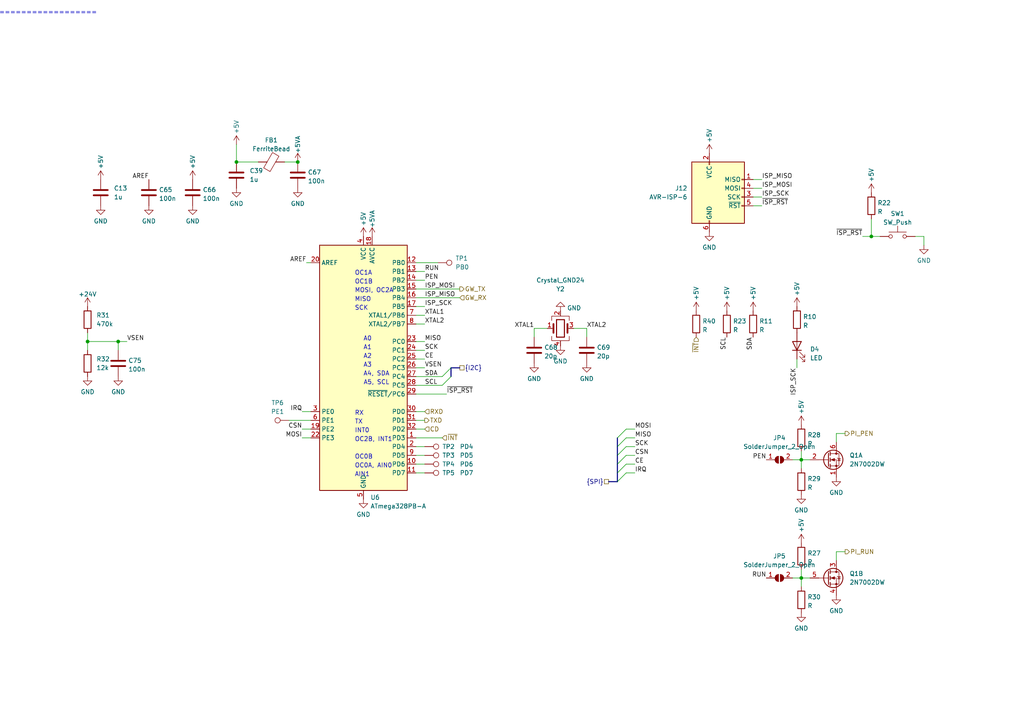
<source format=kicad_sch>
(kicad_sch (version 20230121) (generator eeschema)
  (paper "A4")
  (lib_symbols
    (symbol "Connector:AVR-ISP-6" (pin_names (offset 1.016))
      (property "Reference" "J" (at -6.35 11.43 0))
      (property "Value" "AVR-ISP-6" (at 0 11.43 0))
      (symbol "AVR-ISP-6_0_1"
        (rectangle (start -2.667 -6.858) (end -2.413 -7.62))
        (rectangle (start -2.667 10.16) (end -2.413 9.398))
        (rectangle (start 7.62 -2.413) (end 6.858 -2.667))
        (rectangle (start 7.62 0.127) (end 6.858 -0.127))
        (rectangle (start 7.62 2.667) (end 6.858 2.413))
        (rectangle (start 7.62 5.207) (end 6.858 4.953))
        (rectangle (start 7.62 10.16) (end -7.62 -7.62) (stroke (width 0.254)) (fill (type background)))
      )
      (symbol "AVR-ISP-6_1_1"
        (pin passive line (at 10.16 5.08 180) (length 2.54) (name "MISO") (number "1"))
        (pin passive line (at -2.54 12.7 270) (length 2.54) (name "VCC") (number "2"))
        (pin passive line (at 10.16 0 180) (length 2.54) (name "SCK") (number "3"))
        (pin passive line (at 10.16 2.54 180) (length 2.54) (name "MOSI") (number "4"))
        (pin passive line (at 10.16 -2.54 180) (length 2.54) (name "~{RST}") (number "5"))
        (pin passive line (at -2.54 -10.16 90) (length 2.54) (name "GND") (number "6"))
      )
    )
    (symbol "Connector:TestPoint" (pin_numbers hide) (pin_names (offset 0.762) hide)
      (property "Reference" "TP" (at 0 6.858 0))
      (property "Value" "TestPoint" (at 0 5.08 0))
      (symbol "TestPoint_0_1"
        (circle (center 0 3.302) (radius 0.762))
      )
      (symbol "TestPoint_1_1"
        (pin passive line (at 0 0 90) (length 2.54) (name "1") (number "1"))
      )
    )
    (symbol "Device:C" (pin_numbers hide) (pin_names (offset 0.254))
      (property "Reference" "C" (at 0.635 2.54 0))
      (property "Value" "C" (at 0.635 -2.54 0))
      (symbol "C_0_1"
        (polyline (pts (xy -2.032 -0.762) (xy 2.032 -0.762)) (stroke (width 0.508)))
        (polyline (pts (xy -2.032 0.762) (xy 2.032 0.762)) (stroke (width 0.508)))
      )
      (symbol "C_1_1"
        (pin passive line (at 0 3.81 270) (length 2.794) (name "~") (number "1"))
        (pin passive line (at 0 -3.81 90) (length 2.794) (name "~") (number "2"))
      )
    )
    (symbol "Device:Crystal_GND24" (pin_names (offset 1.016) hide)
      (property "Reference" "Y" (at 3.175 5.08 0))
      (property "Value" "Crystal_GND24" (at 3.175 3.175 0))
      (symbol "Crystal_GND24_0_1"
        (rectangle (start -1.143 2.54) (end 1.143 -2.54) (stroke (width 0.3048)))
        (polyline (pts (xy -2.54 0) (xy -2.032 0)))
        (polyline (pts (xy -2.032 -1.27) (xy -2.032 1.27)) (stroke (width 0.508)))
        (polyline (pts (xy 0 -3.81) (xy 0 -3.556)))
        (polyline (pts (xy 0 3.556) (xy 0 3.81)))
        (polyline (pts (xy 2.032 -1.27) (xy 2.032 1.27)) (stroke (width 0.508)))
        (polyline (pts (xy 2.032 0) (xy 2.54 0)))
        (polyline (pts (xy -2.54 -2.286) (xy -2.54 -3.556) (xy 2.54 -3.556) (xy 2.54 -2.286)))
        (polyline (pts (xy -2.54 2.286) (xy -2.54 3.556) (xy 2.54 3.556) (xy 2.54 2.286)))
      )
      (symbol "Crystal_GND24_1_1"
        (pin passive line (at -3.81 0 0) (length 1.27) (name "1") (number "1"))
        (pin passive line (at 0 5.08 270) (length 1.27) (name "2") (number "2"))
        (pin passive line (at 3.81 0 180) (length 1.27) (name "3") (number "3"))
        (pin passive line (at 0 -5.08 90) (length 1.27) (name "4") (number "4"))
      )
    )
    (symbol "Device:FerriteBead" (pin_numbers hide) (pin_names (offset 0))
      (property "Reference" "FB" (at -3.81 0.635 90))
      (property "Value" "FerriteBead" (at 3.81 0 90))
      (symbol "FerriteBead_0_1"
        (polyline (pts (xy 0 -1.27) (xy 0 -1.2192)))
        (polyline (pts (xy 0 1.27) (xy 0 1.2954)))
        (polyline (pts (xy -2.7686 0.4064) (xy -1.7018 2.2606) (xy 2.7686 -0.3048) (xy 1.6764 -2.159) (xy -2.7686 0.4064)))
      )
      (symbol "FerriteBead_1_1"
        (pin passive line (at 0 3.81 270) (length 2.54) (name "~") (number "1"))
        (pin passive line (at 0 -3.81 90) (length 2.54) (name "~") (number "2"))
      )
    )
    (symbol "Device:LED" (pin_numbers hide) (pin_names (offset 1.016) hide)
      (property "Reference" "D" (at 0 2.54 0))
      (property "Value" "LED" (at 0 -2.54 0))
      (symbol "LED_0_1"
        (polyline (pts (xy -1.27 -1.27) (xy -1.27 1.27)) (stroke (width 0.254)))
        (polyline (pts (xy -1.27 0) (xy 1.27 0)))
        (polyline (pts (xy 1.27 -1.27) (xy 1.27 1.27) (xy -1.27 0) (xy 1.27 -1.27)) (stroke (width 0.254)))
        (polyline (pts (xy -3.048 -0.762) (xy -4.572 -2.286) (xy -3.81 -2.286) (xy -4.572 -2.286) (xy -4.572 -1.524)))
        (polyline (pts (xy -1.778 -0.762) (xy -3.302 -2.286) (xy -2.54 -2.286) (xy -3.302 -2.286) (xy -3.302 -1.524)))
      )
      (symbol "LED_1_1"
        (pin passive line (at -3.81 0 0) (length 2.54) (name "K") (number "1"))
        (pin passive line (at 3.81 0 180) (length 2.54) (name "A") (number "2"))
      )
    )
    (symbol "Device:Q_Dual_NMOS_S1G1D2S2G2D1" (pin_names (offset 0) hide)
      (property "Reference" "Q" (at 6.35 1.27 0))
      (property "Value" "Q_Dual_NMOS_S1G1D2S2G2D1" (at 19.05 -1.27 0))
      (symbol "Q_Dual_NMOS_S1G1D2S2G2D1_0_1"
        (polyline (pts (xy 0.254 0) (xy -2.54 0)))
        (polyline (pts (xy 0.254 1.905) (xy 0.254 -1.905)) (stroke (width 0.254)))
        (polyline (pts (xy 0.762 -1.27) (xy 0.762 -2.286)) (stroke (width 0.254)))
        (polyline (pts (xy 0.762 0.508) (xy 0.762 -0.508)) (stroke (width 0.254)))
        (polyline (pts (xy 0.762 2.286) (xy 0.762 1.27)) (stroke (width 0.254)))
        (polyline (pts (xy 2.54 2.54) (xy 2.54 1.778)))
        (polyline (pts (xy 2.54 -2.54) (xy 2.54 0) (xy 0.762 0)))
        (polyline (pts (xy 0.762 -1.778) (xy 3.302 -1.778) (xy 3.302 1.778) (xy 0.762 1.778)))
        (polyline (pts (xy 1.016 0) (xy 2.032 0.381) (xy 2.032 -0.381) (xy 1.016 0)) (fill (type outline)))
        (polyline (pts (xy 2.794 0.508) (xy 2.921 0.381) (xy 3.683 0.381) (xy 3.81 0.254)))
        (polyline (pts (xy 3.302 0.381) (xy 2.921 -0.254) (xy 3.683 -0.254) (xy 3.302 0.381)))
        (circle (center 1.651 0) (radius 2.794) (stroke (width 0.254)))
        (circle (center 2.54 -1.778) (radius 0.254) (fill (type outline)))
        (circle (center 2.54 1.778) (radius 0.254) (fill (type outline)))
      )
      (symbol "Q_Dual_NMOS_S1G1D2S2G2D1_1_1"
        (pin passive line (at 2.54 -5.08 90) (length 2.54) (name "S") (number "1"))
        (pin input line (at -5.08 0 0) (length 2.54) (name "G") (number "2"))
        (pin passive line (at 2.54 5.08 270) (length 2.54) (name "D") (number "6"))
      )
      (symbol "Q_Dual_NMOS_S1G1D2S2G2D1_2_1"
        (pin passive line (at 2.54 5.08 270) (length 2.54) (name "D") (number "3"))
        (pin passive line (at 2.54 -5.08 90) (length 2.54) (name "S") (number "4"))
        (pin input line (at -5.08 0 0) (length 2.54) (name "G") (number "5"))
      )
    )
    (symbol "Device:R" (pin_numbers hide) (pin_names (offset 0))
      (property "Reference" "R" (at 2.032 0 90))
      (property "Value" "R" (at 0 0 90))
      (symbol "R_0_1"
        (rectangle (start -1.016 -2.54) (end 1.016 2.54) (stroke (width 0.254)))
      )
      (symbol "R_1_1"
        (pin passive line (at 0 3.81 270) (length 1.27) (name "~") (number "1"))
        (pin passive line (at 0 -3.81 90) (length 1.27) (name "~") (number "2"))
      )
    )
    (symbol "Jumper:SolderJumper_2_Open" (pin_names (offset 0) hide)
      (property "Reference" "JP" (at 0 2.032 0))
      (property "Value" "SolderJumper_2_Open" (at 0 -2.54 0))
      (symbol "SolderJumper_2_Open_0_1"
        (arc (start -0.254 1.016) (mid -1.2656 0) (end -0.254 -1.016))
        (arc (start -0.254 1.016) (mid -1.2656 0) (end -0.254 -1.016) (fill (type outline)))
        (polyline (pts (xy -0.254 1.016) (xy -0.254 -1.016)))
        (polyline (pts (xy 0.254 1.016) (xy 0.254 -1.016)))
        (arc (start 0.254 -1.016) (mid 1.2656 0) (end 0.254 1.016))
        (arc (start 0.254 -1.016) (mid 1.2656 0) (end 0.254 1.016) (fill (type outline)))
      )
      (symbol "SolderJumper_2_Open_1_1"
        (pin passive line (at -3.81 0 0) (length 2.54) (name "A") (number "1"))
        (pin passive line (at 3.81 0 180) (length 2.54) (name "B") (number "2"))
      )
    )
    (symbol "MCU_Microchip_ATmega:ATmega328PB-A"
      (property "Reference" "U" (at -12.7 36.83 0))
      (property "Value" "ATmega328PB-A" (at 2.54 -36.83 0))
      (symbol "ATmega328PB-A_0_1"
        (rectangle (start -12.7 -35.56) (end 12.7 35.56) (stroke (width 0.254)) (fill (type background)))
      )
      (symbol "ATmega328PB-A_1_1"
        (pin bidirectional line (at 15.24 -20.32 180) (length 2.54) (name "PD3") (number "1"))
        (pin bidirectional line (at 15.24 -27.94 180) (length 2.54) (name "PD6") (number "10"))
        (pin bidirectional line (at 15.24 -30.48 180) (length 2.54) (name "PD7") (number "11"))
        (pin bidirectional line (at 15.24 30.48 180) (length 2.54) (name "PB0") (number "12"))
        (pin bidirectional line (at 15.24 27.94 180) (length 2.54) (name "PB1") (number "13"))
        (pin bidirectional line (at 15.24 25.4 180) (length 2.54) (name "PB2") (number "14"))
        (pin bidirectional line (at 15.24 22.86 180) (length 2.54) (name "PB3") (number "15"))
        (pin bidirectional line (at 15.24 20.32 180) (length 2.54) (name "PB4") (number "16"))
        (pin bidirectional line (at 15.24 17.78 180) (length 2.54) (name "PB5") (number "17"))
        (pin power_in line (at 2.54 38.1 270) (length 2.54) (name "AVCC") (number "18"))
        (pin bidirectional line (at -15.24 -17.78 0) (length 2.54) (name "PE2") (number "19"))
        (pin bidirectional line (at 15.24 -22.86 180) (length 2.54) (name "PD4") (number "2"))
        (pin passive line (at -15.24 30.48 0) (length 2.54) (name "AREF") (number "20"))
        (pin passive line (at 0 -38.1 90) (length 2.54) hide (name "GND") (number "21"))
        (pin bidirectional line (at -15.24 -20.32 0) (length 2.54) (name "PE3") (number "22"))
        (pin bidirectional line (at 15.24 7.62 180) (length 2.54) (name "PC0") (number "23"))
        (pin bidirectional line (at 15.24 5.08 180) (length 2.54) (name "PC1") (number "24"))
        (pin bidirectional line (at 15.24 2.54 180) (length 2.54) (name "PC2") (number "25"))
        (pin bidirectional line (at 15.24 0 180) (length 2.54) (name "PC3") (number "26"))
        (pin bidirectional line (at 15.24 -2.54 180) (length 2.54) (name "PC4") (number "27"))
        (pin bidirectional line (at 15.24 -5.08 180) (length 2.54) (name "PC5") (number "28"))
        (pin bidirectional line (at 15.24 -7.62 180) (length 2.54) (name "~{RESET}/PC6") (number "29"))
        (pin bidirectional line (at -15.24 -12.7 0) (length 2.54) (name "PE0") (number "3"))
        (pin bidirectional line (at 15.24 -12.7 180) (length 2.54) (name "PD0") (number "30"))
        (pin bidirectional line (at 15.24 -15.24 180) (length 2.54) (name "PD1") (number "31"))
        (pin bidirectional line (at 15.24 -17.78 180) (length 2.54) (name "PD2") (number "32"))
        (pin power_in line (at 0 38.1 270) (length 2.54) (name "VCC") (number "4"))
        (pin power_in line (at 0 -38.1 90) (length 2.54) (name "GND") (number "5"))
        (pin bidirectional line (at -15.24 -15.24 0) (length 2.54) (name "PE1") (number "6"))
        (pin bidirectional line (at 15.24 15.24 180) (length 2.54) (name "XTAL1/PB6") (number "7"))
        (pin bidirectional line (at 15.24 12.7 180) (length 2.54) (name "XTAL2/PB7") (number "8"))
        (pin bidirectional line (at 15.24 -25.4 180) (length 2.54) (name "PD5") (number "9"))
      )
    )
    (symbol "Switch:SW_Push" (pin_numbers hide) (pin_names (offset 1.016) hide)
      (property "Reference" "SW" (at 1.27 2.54 0))
      (property "Value" "SW_Push" (at 0 -1.524 0))
      (symbol "SW_Push_0_1"
        (circle (center -2.032 0) (radius 0.508))
        (polyline (pts (xy 0 1.27) (xy 0 3.048)))
        (polyline (pts (xy 2.54 1.27) (xy -2.54 1.27)))
        (circle (center 2.032 0) (radius 0.508))
        (pin passive line (at -5.08 0 0) (length 2.54) (name "1") (number "1"))
        (pin passive line (at 5.08 0 180) (length 2.54) (name "2") (number "2"))
      )
    )
    (symbol "power:+24V" (power) (pin_names (offset 0))
      (property "Value" "+24V" (at 0 3.556 0))
      (symbol "+24V_0_1"
        (polyline (pts (xy -0.762 1.27) (xy 0 2.54)))
        (polyline (pts (xy 0 0) (xy 0 2.54)))
        (polyline (pts (xy 0 2.54) (xy 0.762 1.27)))
      )
      (symbol "+24V_1_1"
        (pin power_in line (at 0 0 90) (length 0) hide (name "+24V") (number "1"))
      )
    )
    (symbol "power:+5V" (power) (pin_names (offset 0))
      (property "Value" "+5V" (at 0 3.556 0))
      (symbol "+5V_0_1"
        (polyline (pts (xy -0.762 1.27) (xy 0 2.54)))
        (polyline (pts (xy 0 0) (xy 0 2.54)))
        (polyline (pts (xy 0 2.54) (xy 0.762 1.27)))
      )
      (symbol "+5V_1_1"
        (pin power_in line (at 0 0 90) (length 0) hide (name "+5V") (number "1"))
      )
    )
    (symbol "power:+5VA" (power) (pin_names (offset 0))
      (property "Value" "+5VA" (at 0 3.556 0))
      (symbol "+5VA_0_1"
        (polyline (pts (xy -0.762 1.27) (xy 0 2.54)))
        (polyline (pts (xy 0 0) (xy 0 2.54)))
        (polyline (pts (xy 0 2.54) (xy 0.762 1.27)))
      )
      (symbol "+5VA_1_1"
        (pin power_in line (at 0 0 90) (length 0) hide (name "+5VA") (number "1"))
      )
    )
    (symbol "power:GND" (power) (pin_names (offset 0))
      (property "Value" "GND" (at 0 -3.81 0))
      (symbol "GND_0_1"
        (polyline (pts (xy 0 0) (xy 0 -1.27) (xy 1.27 -1.27) (xy 0 -2.54) (xy -1.27 -1.27) (xy 0 -1.27)))
      )
      (symbol "GND_1_1"
        (pin power_in line (at 0 0 270) (length 0) hide (name "GND") (number "1"))
      )
    )
  )
  (junction (at 232.41 133.35))
  (junction (at 86.36 46.99))
  (junction (at 232.41 167.64))
  (junction (at 25.4 99.06))
  (junction (at 252.73 68.58))
  (junction (at 68.58 46.99))
  (junction (at 34.29 99.06))
  (bus_entry (at 179.07 132.08) (size 2.54 -2.54))
  (bus_entry (at 179.07 134.62) (size 2.54 -2.54))
  (bus_entry (at 179.07 129.54) (size 2.54 -2.54))
  (bus_entry (at 130.81 109.22) (size -2.54 2.54))
  (bus_entry (at 179.07 127) (size 2.54 -2.54))
  (bus_entry (at 130.81 106.68) (size -2.54 2.54))
  (bus_entry (at 179.07 139.7) (size 2.54 -2.54))
  (bus_entry (at 179.07 137.16) (size 2.54 -2.54))
  (bus (pts (xy 133.35 106.68) (xy 130.81 106.68)))
  (wire (pts (xy 87.63 119.38) (xy 90.17 119.38)))
  (bus (pts (xy 179.07 132.08) (xy 179.07 134.62)))
  (wire (pts (xy 120.65 76.2) (xy 127 76.2)))
  (wire (pts (xy 242.57 162.56) (xy 242.57 160.02)))
  (wire (pts (xy 242.57 128.27) (xy 242.57 125.73)))
  (wire (pts (xy 120.65 88.9) (xy 123.19 88.9)))
  (wire (pts (xy 242.57 160.02) (xy 245.11 160.02)))
  (wire (pts (xy 120.65 104.14) (xy 123.19 104.14)))
  (wire (pts (xy 34.29 99.06) (xy 36.83 99.06)))
  (wire (pts (xy 25.4 99.06) (xy 25.4 101.6)))
  (wire (pts (xy 184.15 134.62) (xy 181.61 134.62)))
  (wire (pts (xy 218.44 52.07) (xy 220.98 52.07)))
  (wire (pts (xy 74.93 46.99) (xy 68.58 46.99)))
  (wire (pts (xy 218.44 59.69) (xy 220.98 59.69)))
  (wire (pts (xy 120.65 121.92) (xy 123.19 121.92)))
  (wire (pts (xy 34.29 99.06) (xy 25.4 99.06)))
  (bus (pts (xy 179.07 137.16) (xy 179.07 139.7)))
  (wire (pts (xy 83.82 121.92) (xy 90.17 121.92)))
  (wire (pts (xy 120.65 81.28) (xy 123.19 81.28)))
  (wire (pts (xy 250.19 68.58) (xy 252.73 68.58)))
  (wire (pts (xy 267.97 68.58) (xy 265.43 68.58)))
  (wire (pts (xy 184.15 137.16) (xy 181.61 137.16)))
  (wire (pts (xy 120.65 132.08) (xy 123.19 132.08)))
  (wire (pts (xy 218.44 54.61) (xy 220.98 54.61)))
  (wire (pts (xy 120.65 83.82) (xy 133.35 83.82)))
  (wire (pts (xy 218.44 57.15) (xy 220.98 57.15)))
  (wire (pts (xy 120.65 119.38) (xy 123.19 119.38)))
  (wire (pts (xy 170.18 95.25) (xy 170.18 97.79)))
  (wire (pts (xy 120.65 109.22) (xy 128.27 109.22)))
  (wire (pts (xy 120.65 129.54) (xy 123.19 129.54)))
  (wire (pts (xy 154.94 95.25) (xy 154.94 97.79)))
  (wire (pts (xy 232.41 165.1) (xy 232.41 167.64)))
  (wire (pts (xy 229.87 167.64) (xy 232.41 167.64)))
  (wire (pts (xy 120.65 101.6) (xy 123.19 101.6)))
  (wire (pts (xy 232.41 133.35) (xy 234.95 133.35)))
  (wire (pts (xy 267.97 71.12) (xy 267.97 68.58)))
  (wire (pts (xy 87.63 127) (xy 90.17 127)))
  (wire (pts (xy 229.87 133.35) (xy 232.41 133.35)))
  (wire (pts (xy 120.65 124.46) (xy 123.19 124.46)))
  (wire (pts (xy 120.65 78.74) (xy 123.19 78.74)))
  (wire (pts (xy 87.63 124.46) (xy 90.17 124.46)))
  (wire (pts (xy 82.55 46.99) (xy 86.36 46.99)))
  (bus (pts (xy 179.07 129.54) (xy 179.07 132.08)))
  (wire (pts (xy 231.14 106.68) (xy 231.14 104.14)))
  (wire (pts (xy 184.15 127) (xy 181.61 127)))
  (wire (pts (xy 120.65 86.36) (xy 133.35 86.36)))
  (wire (pts (xy 252.73 63.5) (xy 252.73 68.58)))
  (wire (pts (xy 252.73 68.58) (xy 255.27 68.58)))
  (wire (pts (xy 120.65 114.3) (xy 129.54 114.3)))
  (wire (pts (xy 120.65 106.68) (xy 123.19 106.68)))
  (wire (pts (xy 120.65 137.16) (xy 123.19 137.16)))
  (wire (pts (xy 158.75 95.25) (xy 154.94 95.25)))
  (wire (pts (xy 184.15 129.54) (xy 181.61 129.54)))
  (wire (pts (xy 120.65 93.98) (xy 123.19 93.98)))
  (bus (pts (xy 130.81 106.68) (xy 130.81 109.22)))
  (wire (pts (xy 120.65 127) (xy 128.27 127)))
  (bus (pts (xy 179.07 134.62) (xy 179.07 137.16)))
  (wire (pts (xy 120.65 111.76) (xy 128.27 111.76)))
  (wire (pts (xy 123.19 91.44) (xy 120.65 91.44)))
  (wire (pts (xy 232.41 167.64) (xy 232.41 170.18)))
  (wire (pts (xy 166.37 95.25) (xy 170.18 95.25)))
  (bus (pts (xy 179.07 127) (xy 179.07 129.54)))
  (wire (pts (xy 184.15 124.46) (xy 181.61 124.46)))
  (wire (pts (xy 120.65 99.06) (xy 123.19 99.06)))
  (wire (pts (xy 232.41 130.81) (xy 232.41 133.35)))
  (wire (pts (xy 68.58 41.91) (xy 68.58 46.99)))
  (wire (pts (xy 242.57 125.73) (xy 245.11 125.73)))
  (wire (pts (xy 120.65 134.62) (xy 123.19 134.62)))
  (bus (pts (xy 176.53 139.7) (xy 179.07 139.7)))
  (wire (pts (xy 232.41 167.64) (xy 234.95 167.64)))
  (wire (pts (xy 184.15 132.08) (xy 181.61 132.08)))
  (wire (pts (xy 88.9 76.2) (xy 90.17 76.2)))
  (wire (pts (xy 232.41 133.35) (xy 232.41 135.89)))
  (wire (pts (xy 34.29 101.6) (xy 34.29 99.06)))
  (wire (pts (xy 25.4 96.52) (xy 25.4 99.06)))
  (text "A3" (at 105.3664 106.6799 0) (effects (font (size 1.27 1.27)) (justify left bottom)))
  (text "PIN	I/O			EXTINT	PCINT	ADC/AC	PTCX	PTCY	OSC			T/C			USART	I2C		SPI\n=====================================================================================================\n1	PD[3]		INT1	PCINT19			X3		Y11					OC2B			\n2	PD[4]				PCINT20			X4		Y12					T0			XCK0		\n3	PE[0]				PCINT24	ACO		X8		Y16					ICP4				SDA1	\n4	VCC										\n5	GND										\n6	PE[1]				PCINT25			X9		Y17					TC4					SCL1	\n7	PB[6]				PCINT6							XTAL1/TOSC1				\n8	PB[7]				PCINT7							XTAL2/TOSC2				\n9	PD[5]				PCINT21			X5		Y13					OC0B/T1			\n10	PD[6]				PCINT22	AIN0	X6		Y14					OC0A			\n11	PD[7]				PCINT23	AIN1	X7		Y15					\n12	PB[0]				PCINT0			X10		Y18		CLKO		ICP1			\n13	PB[1]				PCINT1			X11		Y19					OC1A			\n14	PB[2]				PCINT2			X12		Y20					OC1B						SS0\n15	PB[3]				PCINT3			X13		Y21					OC2A		TXD1			MOSI0\n16	PB[4]				PCINT4			X14		Y22								RXD1			MISO0\n17	PB[5]				PCINT5			X15		Y23								XCK1			SCK0\n18	AVCC										\n19	PE[2]				PCINT26	ADC6			Y6					ICP3						SS1\n20	AREF										\n21	GND										\n22	PE[3]				PCINT27	ADC7			Y7					T3							MOSI1\n23	PC[0]				PCINT8	ADC0			Y0												MISO1\n24	PC[1]				PCINT9	ADC1			Y1												SCK1\n25	PC[2]				PCINT10	ADC2			Y2					\n26	PC[3]				PCINT11	ADC3			Y3					\n27	PC[4]				PCINT12	ADC4			Y4										SDA0	\n28	PC[5]				PCINT13	ADC5			Y5										SCL0	\n29	PC[6]/RST			PCINT14								\n30	PD[0]				PCINT16			X0		Y8					OC3A		RXD0		\n31	PD[1]				PCINT17			X1		Y9					OC4A		TXD0		\n32	PD[2]		INT0	PCINT18			X2		Y10					OC3B/OC4B			" (at -130.81 69.85 0) (effects (font (size 1.27 1.27)) (justify left bottom)))
  (text "A0" (at 105.3664 99.0599 0) (effects (font (size 1.27 1.27)) (justify left bottom)))
  (text "OC1B" (at 102.87 82.55 0) (effects (font (size 1.27 1.27)) (justify left bottom)))
  (text "A5, SCL" (at 105.41 111.76 0) (effects (font (size 1.27 1.27)) (justify left bottom)))
  (text "A1" (at 105.3664 101.5999 0) (effects (font (size 1.27 1.27)) (justify left bottom)))
  (text "OC0B" (at 102.8699 133.3341 0) (effects (font (size 1.27 1.27)) (justify left bottom)))
  (text "TX" (at 102.8699 123.1641 0) (effects (font (size 1.27 1.27)) (justify left bottom)))
  (text "MISO" (at 102.87 87.6455 0) (effects (font (size 1.27 1.27)) (justify left bottom)))
  (text "INT0" (at 102.8699 125.7066 0) (effects (font (size 1.27 1.27)) (justify left bottom)))
  (text "RX" (at 102.87 120.65 0) (effects (font (size 1.27 1.27)) (justify left bottom)))
  (text "OC2B, INT1" (at 102.87 128.27 0) (effects (font (size 1.27 1.27)) (justify left bottom)))
  (text "A2" (at 105.3664 104.1399 0) (effects (font (size 1.27 1.27)) (justify left bottom)))
  (text "OC1A" (at 102.87 80.01 0) (effects (font (size 1.27 1.27)) (justify left bottom)))
  (text "AIN1" (at 102.87 138.43 0) (effects (font (size 1.27 1.27)) (justify left bottom)))
  (text "SCK" (at 102.87 90.17 0) (effects (font (size 1.27 1.27)) (justify left bottom)))
  (text "A4, SDA" (at 105.3664 109.2199 0) (effects (font (size 1.27 1.27)) (justify left bottom)))
  (text "MOSI, OC2A" (at 102.87 85.076 0) (effects (font (size 1.27 1.27)) (justify left bottom)))
  (text "OC0A, AIN0" (at 102.87 135.89 0) (effects (font (size 1.27 1.27)) (justify left bottom)))
  (label "SDA" (at 123.19 109.22 0))
  (label "PEN" (at 222.25 133.35 180))
  (label "SCL" (at 210.82 97.79 270))
  (label "IRQ" (at 87.63 119.38 180))
  (label "IRQ" (at 184.15 137.16 0))
  (label "AREF" (at 88.9 76.2 180))
  (label "ISP_SCK" (at 220.98 57.15 0))
  (label "MOSI" (at 184.15 124.46 0))
  (label "XTAL2" (at 123.19 93.98 0))
  (label "ISP_MISO" (at 123.19 86.36 0))
  (label "~{ISP_RST}" (at 220.98 59.69 0))
  (label "CSN" (at 87.63 124.46 180))
  (label "XTAL1" (at 123.19 91.44 0))
  (label "MOSI" (at 87.63 127 180))
  (label "CE" (at 184.15 134.62 0))
  (label "ISP_MISO" (at 220.98 52.07 0))
  (label "VSEN" (at 123.19 106.68 0))
  (label "ISP_MOSI" (at 123.19 83.82 0))
  (label "AREF" (at 43.18 52.07 180))
  (label "~{ISP_RST}" (at 129.54 114.3 0))
  (label "CSN" (at 184.15 132.08 0))
  (label "MISO" (at 184.15 127 0))
  (label "XTAL2" (at 170.18 95.25 0))
  (label "~{ISP_RST}" (at 250.19 68.58 180))
  (label "VSEN" (at 36.83 99.06 0))
  (label "SCL" (at 123.19 111.76 0))
  (label "RUN" (at 222.25 167.64 180))
  (label "XTAL1" (at 154.94 95.25 180))
  (label "SDA" (at 218.44 97.79 270))
  (label "SCK" (at 184.15 129.54 0))
  (label "ISP_SCK" (at 123.19 88.9 0))
  (label "PEN" (at 123.19 81.28 0))
  (label "SCK" (at 123.19 101.6 0))
  (label "RUN" (at 123.19 78.74 0))
  (label "CE" (at 123.19 104.14 0))
  (label "ISP_SCK" (at 231.14 106.68 270))
  (label "MISO" (at 123.19 99.06 0))
  (label "ISP_MOSI" (at 220.98 54.61 0))
  (hierarchical_label "RXD" (shape input) (at 123.19 119.38 0))
  (hierarchical_label "GW_TX" (shape output) (at 133.35 83.82 0))
  (hierarchical_label "~{INT}" (shape input) (at 201.93 97.79 270))
  (hierarchical_label "CD" (shape input) (at 123.19 124.46 0))
  (hierarchical_label "TXD" (shape output) (at 123.19 121.92 0))
  (hierarchical_label "GW_RX" (shape input) (at 133.35 86.36 0))
  (hierarchical_label "{I2C}" (shape passive) (at 133.35 106.68 0))
  (hierarchical_label "PI_RUN" (shape output) (at 245.11 160.02 0))
  (hierarchical_label "{SPI}" (shape passive) (at 176.53 139.7 180))
  (hierarchical_label "~{INT}" (shape input) (at 128.27 127 0))
  (hierarchical_label "PI_PEN" (shape output) (at 245.11 125.73 0))
  (symbol (lib_id "power:GND") (at 86.36 54.61 0) (unit 1)
    (property "Reference" "#PWR0250" (effects hide))
    (property "Value" "GND" (at 86.36 59.0534 0))
  )
  (symbol (lib_id "Device:Q_Dual_NMOS_S1G1D2S2G2D1") (at 240.03 167.64 0) (unit 2)
    (property "Reference" "Q1" (at 246.38 166.37 0) (effects (justify left)))
    (property "Value" "2N7002DW" (at 246.38 168.91 0) (effects (justify left)))
    (property "Footprint" "Package_TO_SOT_SMD:SOT-363_SC-70-6" (effects hide))
  )
  (symbol (lib_id "Jumper:SolderJumper_2_Open") (at 226.06 167.64 0) (unit 1)
    (property "Reference" "JP5" (at 226.06 161.29 0))
    (property "Value" "SolderJumper_2_Open" (at 226.06 163.83 0))
    (property "Footprint" "Jumper:SolderJumper-2_P1.3mm_Open_RoundedPad1.0x1.5mm" (effects hide))
  )
  (symbol (lib_id "Device:LED") (at 231.14 100.33 90) (unit 1)
    (property "Reference" "D4" (at 234.95 101.2825 90) (effects (justify right)))
    (property "Value" "LED" (at 234.95 103.8225 90) (effects (justify right)))
    (property "Footprint" "LED_SMD:LED_0603_1608Metric" (effects hide))
  )
  (symbol (lib_id "power:GND") (at 267.97 71.12 0) (unit 1)
    (property "Reference" "#PWR0239" (effects hide))
    (property "Value" "GND" (at 267.97 75.5634 0))
  )
  (symbol (lib_id "Connector:TestPoint") (at 123.19 129.54 270) (unit 1) (in_bom no)
    (property "Reference" "TP2" (at 128.27 129.54 90) (effects (justify left)))
    (property "Value" "PD4" (at 133.35 129.54 90) (effects (justify left)))
    (property "Footprint" "project_footprints:TestPoint_Pad_D1.5mm" (effects hide))
  )
  (symbol (lib_id "Device:R") (at 25.4 92.71 0) (unit 1)
    (property "Reference" "R31" (at 27.94 91.44 0) (effects (justify left)))
    (property "Value" "470k" (at 27.94 93.98 0) (effects (justify left)))
    (property "Footprint" "Resistor_SMD:R_0603_1608Metric" (effects hide))
  )
  (symbol (lib_id "Device:C") (at 170.18 101.6 0) (unit 1)
    (property "Reference" "C69" (at 173.101 100.7653 0) (effects (justify left)))
    (property "Value" "20p" (at 173.101 103.3022 0) (effects (justify left)))
    (property "Footprint" "Capacitor_SMD:C_0603_1608Metric" (effects hide))
  )
  (symbol (lib_id "Connector:TestPoint") (at 83.82 121.92 90) (unit 1) (in_bom no)
    (property "Reference" "TP6" (at 80.518 116.84 90))
    (property "Value" "PE1" (at 80.518 119.38 90))
    (property "Footprint" "project_footprints:TestPoint_Pad_D1.5mm" (effects hide))
  )
  (symbol (lib_id "power:GND") (at 205.74 67.31 0) (unit 1)
    (property "Reference" "#PWR0238" (effects hide))
    (property "Value" "GND" (at 205.74 71.7534 0))
  )
  (symbol (lib_id "Device:R") (at 218.44 93.98 0) (unit 1)
    (property "Reference" "R11" (at 220.218 93.1453 0) (effects (justify left)))
    (property "Value" "R" (at 220.218 95.6822 0) (effects (justify left)))
    (property "Footprint" "Resistor_SMD:R_0603_1608Metric" (effects hide))
  )
  (symbol (lib_id "power:GND") (at 154.94 105.41 0) (unit 1)
    (property "Reference" "#PWR0240" (effects hide))
    (property "Value" "GND" (at 154.94 109.8534 0))
  )
  (symbol (lib_id "power:GND") (at 232.41 143.51 0) (unit 1)
    (property "Reference" "#PWR032" (effects hide))
    (property "Value" "GND" (at 232.41 147.9534 0))
  )
  (symbol (lib_id "power:GND") (at 25.4 109.22 0) (unit 1)
    (property "Reference" "#PWR035" (effects hide))
    (property "Value" "GND" (at 25.4 113.6634 0))
  )
  (symbol (lib_id "power:+5V") (at 68.58 41.91 0) (unit 1)
    (property "Reference" "#PWR0245" (effects hide))
    (property "Value" "+5V" (at 68.58 36.83 90))
  )
  (symbol (lib_id "power:+5V") (at 201.93 90.17 0) (unit 1)
    (property "Reference" "#PWR06" (effects hide))
    (property "Value" "+5V" (at 201.93 85.09 90))
  )
  (symbol (lib_id "Connector:TestPoint") (at 123.19 137.16 270) (unit 1) (in_bom no)
    (property "Reference" "TP5" (at 128.27 137.16 90) (effects (justify left)))
    (property "Value" "PD7" (at 133.35 137.16 90) (effects (justify left)))
    (property "Footprint" "project_footprints:TestPoint_Pad_D1.5mm" (effects hide))
  )
  (symbol (lib_id "Device:R") (at 232.41 173.99 0) (unit 1)
    (property "Reference" "R30" (at 234.188 173.1553 0) (effects (justify left)))
    (property "Value" "R" (at 234.188 175.6922 0) (effects (justify left)))
    (property "Footprint" "Resistor_SMD:R_0603_1608Metric_Pad0.98x0.95mm_HandSolder" (effects hide))
  )
  (symbol (lib_id "Connector:TestPoint") (at 123.19 134.62 270) (unit 1) (in_bom no)
    (property "Reference" "TP4" (at 128.27 134.62 90) (effects (justify left)))
    (property "Value" "PD6" (at 133.35 134.62 90) (effects (justify left)))
    (property "Footprint" "project_footprints:TestPoint_Pad_D1.5mm" (effects hide))
  )
  (symbol (lib_id "Device:C") (at 86.36 50.8 0) (unit 1)
    (property "Reference" "C67" (at 89.281 49.9653 0) (effects (justify left)))
    (property "Value" "100n" (at 89.281 52.5022 0) (effects (justify left)))
    (property "Footprint" "Capacitor_SMD:C_0603_1608Metric" (effects hide))
  )
  (symbol (lib_id "power:+5V") (at 252.73 55.88 0) (unit 1)
    (property "Reference" "#PWR0244" (effects hide))
    (property "Value" "+5V" (at 252.73 50.8 90))
  )
  (symbol (lib_id "power:+5V") (at 205.74 44.45 0) (unit 1)
    (property "Reference" "#PWR0237" (effects hide))
    (property "Value" "+5V" (at 205.74 39.37 90))
  )
  (symbol (lib_id "Jumper:SolderJumper_2_Open") (at 226.06 133.35 0) (unit 1)
    (property "Reference" "JP4" (at 226.06 127 0))
    (property "Value" "SolderJumper_2_Open" (at 226.06 129.54 0))
    (property "Footprint" "Jumper:SolderJumper-2_P1.3mm_Open_RoundedPad1.0x1.5mm" (effects hide))
  )
  (symbol (lib_id "power:+5VA") (at 107.95 68.58 0) (unit 1)
    (property "Reference" "#PWR0252" (effects hide))
    (property "Value" "+5VA" (at 107.95 63.5 90))
  )
  (symbol (lib_id "power:+5V") (at 210.82 90.17 0) (unit 1)
    (property "Reference" "#PWR017" (effects hide))
    (property "Value" "+5V" (at 210.82 85.09 90))
  )
  (symbol (lib_id "Device:R") (at 201.93 93.98 0) (unit 1)
    (property "Reference" "R40" (at 203.708 93.1453 0) (effects (justify left)))
    (property "Value" "R" (at 203.708 95.6822 0) (effects (justify left)))
    (property "Footprint" "Resistor_SMD:R_0603_1608Metric" (effects hide))
  )
  (symbol (lib_id "Connector:TestPoint") (at 123.19 132.08 270) (unit 1) (in_bom no)
    (property "Reference" "TP3" (at 128.27 132.08 90) (effects (justify left)))
    (property "Value" "PD5" (at 133.35 132.08 90) (effects (justify left)))
    (property "Footprint" "project_footprints:TestPoint_Pad_D1.5mm" (effects hide))
  )
  (symbol (lib_id "Device:R") (at 25.4 105.41 0) (unit 1)
    (property "Reference" "R32" (at 27.94 104.14 0) (effects (justify left)))
    (property "Value" "12k" (at 27.94 106.68 0) (effects (justify left)))
    (property "Footprint" "Resistor_SMD:R_0603_1608Metric" (effects hide))
  )
  (symbol (lib_id "power:GND") (at 242.57 172.72 0) (unit 1)
    (property "Reference" "#PWR029" (effects hide))
    (property "Value" "GND" (at 242.57 177.1634 0))
  )
  (symbol (lib_id "power:+5V") (at 29.21 52.07 0) (unit 1)
    (property "Reference" "#PWR048" (effects hide))
    (property "Value" "+5V" (at 29.21 46.99 90))
  )
  (symbol (lib_id "power:+24V") (at 25.4 88.9 0) (unit 1)
    (property "Reference" "#PWR034" (effects hide))
    (property "Value" "+24V" (at 25.4 85.344 0))
  )
  (symbol (lib_id "MCU_Microchip_ATmega:ATmega328PB-A") (at 105.41 106.68 0) (unit 1)
    (property "Reference" "U6" (at 107.4294 144.2704 0) (effects (justify left)))
    (property "Value" "ATmega328PB-A" (at 107.4294 146.8073 0) (effects (justify left)))
    (property "Footprint" "Package_QFP:TQFP-32_7x7mm_P0.8mm" (effects hide))
    (property "Datasheet" "http://ww1.microchip.com/downloads/en/DeviceDoc/40001906C.pdf" (effects hide))
  )
  (symbol (lib_id "power:GND") (at 162.56 90.17 180) (unit 1)
    (property "Reference" "#PWR0243" (effects hide))
    (property "Value" "GND" (at 164.465 89.3338 0) (effects (justify right)))
  )
  (symbol (lib_id "Device:R") (at 231.14 92.71 0) (unit 1)
    (property "Reference" "R10" (at 232.918 91.8753 0) (effects (justify left)))
    (property "Value" "R" (at 232.918 94.4122 0) (effects (justify left)))
    (property "Footprint" "Resistor_SMD:R_0603_1608Metric" (effects hide))
  )
  (symbol (lib_id "Device:C") (at 154.94 101.6 0) (unit 1)
    (property "Reference" "C68" (at 157.861 100.7653 0) (effects (justify left)))
    (property "Value" "20p" (at 157.861 103.3022 0) (effects (justify left)))
    (property "Footprint" "Capacitor_SMD:C_0603_1608Metric" (effects hide))
  )
  (symbol (lib_id "power:GND") (at 34.29 109.22 0) (unit 1)
    (property "Reference" "#PWR036" (effects hide))
    (property "Value" "GND" (at 34.29 113.6634 0))
  )
  (symbol (lib_id "Device:C") (at 34.29 105.41 180) (unit 1)
    (property "Reference" "C75" (at 37.211 104.5753 0) (effects (justify right)))
    (property "Value" "100n" (at 37.211 107.1122 0) (effects (justify right)))
    (property "Footprint" "Capacitor_SMD:C_0603_1608Metric" (effects hide))
  )
  (symbol (lib_id "Device:R") (at 232.41 161.29 0) (unit 1)
    (property "Reference" "R27" (at 234.188 160.4553 0) (effects (justify left)))
    (property "Value" "R" (at 234.188 162.9922 0) (effects (justify left)))
    (property "Footprint" "Resistor_SMD:R_0603_1608Metric_Pad0.98x0.95mm_HandSolder" (effects hide))
  )
  (symbol (lib_id "Device:R") (at 232.41 139.7 0) (unit 1)
    (property "Reference" "R29" (at 234.188 138.8653 0) (effects (justify left)))
    (property "Value" "R" (at 234.188 141.4022 0) (effects (justify left)))
    (property "Footprint" "Resistor_SMD:R_0603_1608Metric_Pad0.98x0.95mm_HandSolder" (effects hide))
  )
  (symbol (lib_id "power:GND") (at 68.58 54.61 0) (unit 1)
    (property "Reference" "#PWR050" (effects hide))
    (property "Value" "GND" (at 68.58 59.0534 0))
  )
  (symbol (lib_id "power:+5V") (at 232.41 123.19 0) (unit 1)
    (property "Reference" "#PWR031" (effects hide))
    (property "Value" "+5V" (at 232.41 118.11 90))
  )
  (symbol (lib_id "power:GND") (at 29.21 59.69 0) (unit 1)
    (property "Reference" "#PWR049" (effects hide))
    (property "Value" "GND" (at 29.21 64.1334 0))
  )
  (symbol (lib_id "power:GND") (at 232.41 177.8 0) (unit 1)
    (property "Reference" "#PWR033" (effects hide))
    (property "Value" "GND" (at 232.41 182.2434 0))
  )
  (symbol (lib_id "Device:C") (at 29.21 55.88 180) (unit 1)
    (property "Reference" "C13" (at 33.02 54.61 0) (effects (justify right)))
    (property "Value" "1u" (at 33.02 57.15 0) (effects (justify right)))
    (property "Footprint" "Capacitor_SMD:C_0603_1608Metric" (effects hide))
  )
  (symbol (lib_id "Connector:AVR-ISP-6") (at 208.28 57.15 0) (unit 1)
    (property "Reference" "J12" (at 199.39 54.6099 0) (effects (justify right)))
    (property "Value" "AVR-ISP-6" (at 199.39 57.1499 0) (effects (justify right)))
    (property "Footprint" "Connector_PinHeader_2.54mm:PinHeader_2x03_P2.54mm_Vertical" (effects hide))
    (property "Datasheet" " ~" (effects hide))
  )
  (symbol (lib_id "Connector:TestPoint") (at 127 76.2 270) (unit 1) (in_bom no)
    (property "Reference" "TP1" (at 132.08 74.93 90) (effects (justify left)))
    (property "Value" "PB0" (at 132.08 77.47 90) (effects (justify left)))
    (property "Footprint" "project_footprints:TestPoint_Pad_D1.5mm" (effects hide))
  )
  (symbol (lib_id "power:GND") (at 242.57 138.43 0) (unit 1)
    (property "Reference" "#PWR028" (effects hide))
    (property "Value" "GND" (at 242.57 142.8734 0))
  )
  (symbol (lib_id "power:+5VA") (at 86.36 46.99 0) (unit 1)
    (property "Reference" "#PWR0249" (effects hide))
    (property "Value" "+5VA" (at 86.36 41.91 90))
  )
  (symbol (lib_id "power:GND") (at 105.41 144.78 0) (unit 1)
    (property "Reference" "#PWR0236" (effects hide))
    (property "Value" "GND" (at 105.41 149.2234 0))
  )
  (symbol (lib_id "power:+5V") (at 232.41 157.48 0) (unit 1)
    (property "Reference" "#PWR030" (effects hide))
    (property "Value" "+5V" (at 232.41 152.4 90))
  )
  (symbol (lib_id "Device:R") (at 252.73 59.69 0) (unit 1)
    (property "Reference" "R22" (at 254.508 58.8553 0) (effects (justify left)))
    (property "Value" "R" (at 254.508 61.3922 0) (effects (justify left)))
    (property "Footprint" "Resistor_SMD:R_0603_1608Metric" (effects hide))
  )
  (symbol (lib_id "Switch:SW_Push") (at 260.35 68.58 0) (unit 1)
    (property "Reference" "SW1" (at 260.35 61.9592 0))
    (property "Value" "SW_Push" (at 260.35 64.4961 0))
    (property "Footprint" "Button_Switch_SMD:SW_SPST_B3U-1000P" (effects hide))
  )
  (symbol (lib_id "Device:R") (at 210.82 93.98 0) (unit 1)
    (property "Reference" "R23" (at 212.598 93.1453 0) (effects (justify left)))
    (property "Value" "R" (at 212.598 95.6822 0) (effects (justify left)))
    (property "Footprint" "Resistor_SMD:R_0603_1608Metric" (effects hide))
  )
  (symbol (lib_id "Device:Q_Dual_NMOS_S1G1D2S2G2D1") (at 240.03 133.35 0) (unit 1)
    (property "Reference" "Q1" (at 246.38 132.08 0) (effects (justify left)))
    (property "Value" "2N7002DW" (at 246.38 134.62 0) (effects (justify left)))
    (property "Footprint" "Package_TO_SOT_SMD:SOT-363_SC-70-6" (effects hide))
  )
  (symbol (lib_id "power:+5V") (at 105.41 68.58 0) (unit 1)
    (property "Reference" "#PWR0251" (effects hide))
    (property "Value" "+5V" (at 105.41 63.5 90))
  )
  (symbol (lib_id "power:+5V") (at 231.14 88.9 0) (unit 1)
    (property "Reference" "#PWR015" (effects hide))
    (property "Value" "+5V" (at 231.14 83.82 90))
  )
  (symbol (lib_id "power:GND") (at 43.18 59.69 0) (unit 1)
    (property "Reference" "#PWR0246" (effects hide))
    (property "Value" "GND" (at 43.18 64.1334 0))
  )
  (symbol (lib_id "Device:R") (at 232.41 127 0) (unit 1)
    (property "Reference" "R28" (at 234.188 126.1653 0) (effects (justify left)))
    (property "Value" "R" (at 234.188 128.7022 0) (effects (justify left)))
    (property "Footprint" "Resistor_SMD:R_0603_1608Metric_Pad0.98x0.95mm_HandSolder" (effects hide))
  )
  (symbol (lib_id "power:GND") (at 162.56 100.33 0) (unit 1)
    (property "Reference" "#PWR0241" (effects hide))
    (property "Value" "GND" (at 162.56 104.7734 0))
  )
  (symbol (lib_id "Device:FerriteBead") (at 78.74 46.99 90) (unit 1)
    (property "Reference" "FB1" (at 78.6892 40.6486 90))
    (property "Value" "FerriteBead" (at 78.6892 43.1855 90))
    (property "Footprint" "Inductor_SMD:L_0603_1608Metric" (effects hide))
  )
  (symbol (lib_id "power:+5V") (at 218.44 90.17 0) (unit 1)
    (property "Reference" "#PWR016" (effects hide))
    (property "Value" "+5V" (at 218.44 85.09 90))
  )
  (symbol (lib_id "Device:C") (at 68.58 50.8 180) (unit 1)
    (property "Reference" "C39" (at 72.39 49.53 0) (effects (justify right)))
    (property "Value" "1u" (at 72.39 52.07 0) (effects (justify right)))
    (property "Footprint" "Capacitor_SMD:C_0603_1608Metric" (effects hide))
  )
  (symbol (lib_id "power:GND") (at 55.88 59.69 0) (unit 1)
    (property "Reference" "#PWR0248" (effects hide))
    (property "Value" "GND" (at 55.88 64.1334 0))
  )
  (symbol (lib_id "Device:C") (at 43.18 55.88 0) (unit 1)
    (property "Reference" "C65" (at 46.101 55.0453 0) (effects (justify left)))
    (property "Value" "100n" (at 46.101 57.5822 0) (effects (justify left)))
    (property "Footprint" "Capacitor_SMD:C_0603_1608Metric" (effects hide))
  )
  (symbol (lib_id "power:+5V") (at 55.88 52.07 0) (unit 1)
    (property "Reference" "#PWR0247" (effects hide))
    (property "Value" "+5V" (at 55.88 46.99 90))
  )
  (symbol (lib_id "power:GND") (at 170.18 105.41 0) (unit 1)
    (property "Reference" "#PWR0242" (effects hide))
    (property "Value" "GND" (at 170.18 109.8534 0))
  )
  (symbol (lib_id "Device:C") (at 55.88 55.88 180) (unit 1)
    (property "Reference" "C66" (at 58.801 55.0453 0) (effects (justify right)))
    (property "Value" "100n" (at 58.801 57.5822 0) (effects (justify right)))
    (property "Footprint" "Capacitor_SMD:C_0603_1608Metric" (effects hide))
  )
  (symbol (lib_id "Device:Crystal_GND24") (at 162.56 95.25 0) (unit 1)
    (property "Reference" "Y2" (at 162.56 83.82 0))
    (property "Value" "Crystal_GND24" (at 162.56 81.28 0))
    (property "Footprint" "Crystal:Crystal_SMD_3225-4Pin_3.2x2.5mm" (effects hide))
  )
)
</source>
